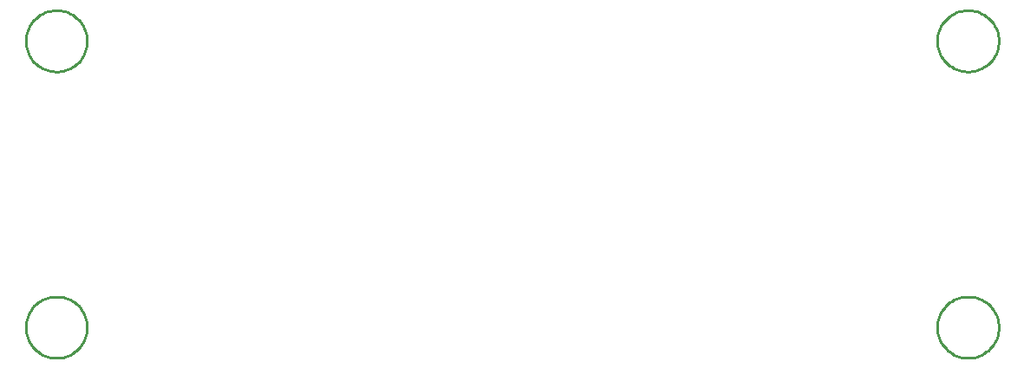
<source format=gko>
G04*
G04 #@! TF.GenerationSoftware,Altium Limited,Altium Designer,19.0.15 (446)*
G04*
G04 Layer_Color=16711935*
%FSLAX25Y25*%
%MOIN*%
G70*
G01*
G75*
%ADD10C,0.01000*%
D10*
X27559Y15748D02*
X27516Y16750D01*
X27389Y17744D01*
X27178Y18724D01*
X26884Y19683D01*
X26511Y20613D01*
X26059Y21508D01*
X25534Y22362D01*
X24937Y23168D01*
X24275Y23921D01*
X23551Y24614D01*
X22771Y25244D01*
X21941Y25806D01*
X21065Y26294D01*
X20152Y26707D01*
X19207Y27041D01*
X18236Y27294D01*
X17248Y27463D01*
X16249Y27548D01*
X15247D01*
X14248Y27463D01*
X13260Y27294D01*
X12290Y27041D01*
X11344Y26707D01*
X10431Y26294D01*
X9555Y25806D01*
X8725Y25244D01*
X7945Y24614D01*
X7221Y23921D01*
X6559Y23168D01*
X5962Y22362D01*
X5437Y21508D01*
X4986Y20613D01*
X4612Y19683D01*
X4318Y18724D01*
X4107Y17744D01*
X3980Y16750D01*
X3937Y15748D01*
X3980Y14746D01*
X4107Y13752D01*
X4318Y12772D01*
X4612Y11813D01*
X4986Y10883D01*
X5437Y9988D01*
X5962Y9134D01*
X6559Y8328D01*
X7221Y7576D01*
X7945Y6882D01*
X8725Y6252D01*
X9556Y5691D01*
X10431Y5202D01*
X11344Y4789D01*
X12290Y4455D01*
X13260Y4202D01*
X14248Y4033D01*
X15247Y3948D01*
X16249D01*
X17248Y4033D01*
X18236Y4202D01*
X19207Y4455D01*
X20152Y4789D01*
X21065Y5202D01*
X21941Y5691D01*
X22771Y6252D01*
X23551Y6882D01*
X24275Y7576D01*
X24938Y8328D01*
X25534Y9134D01*
X26059Y9988D01*
X26511Y10883D01*
X26884Y11813D01*
X27178Y12772D01*
X27389Y13752D01*
X27516Y14746D01*
X27559Y15748D01*
Y125984D02*
X27516Y126986D01*
X27389Y127980D01*
X27178Y128960D01*
X26884Y129919D01*
X26511Y130849D01*
X26059Y131744D01*
X25534Y132598D01*
X24937Y133404D01*
X24275Y134157D01*
X23551Y134851D01*
X22771Y135480D01*
X21941Y136042D01*
X21065Y136531D01*
X20152Y136944D01*
X19207Y137277D01*
X18236Y137530D01*
X17248Y137700D01*
X16249Y137785D01*
X15247D01*
X14248Y137700D01*
X13260Y137530D01*
X12290Y137277D01*
X11344Y136944D01*
X10431Y136531D01*
X9555Y136042D01*
X8725Y135480D01*
X7945Y134851D01*
X7221Y134157D01*
X6559Y133404D01*
X5962Y132598D01*
X5437Y131744D01*
X4986Y130849D01*
X4612Y129919D01*
X4318Y128960D01*
X4107Y127980D01*
X3980Y126986D01*
X3937Y125984D01*
X3980Y124983D01*
X4107Y123988D01*
X4318Y123008D01*
X4612Y122049D01*
X4986Y121119D01*
X5437Y120224D01*
X5962Y119370D01*
X6559Y118564D01*
X7221Y117812D01*
X7945Y117118D01*
X8725Y116488D01*
X9556Y115927D01*
X10431Y115438D01*
X11344Y115025D01*
X12290Y114691D01*
X13260Y114438D01*
X14248Y114269D01*
X15247Y114184D01*
X16249D01*
X17248Y114269D01*
X18236Y114438D01*
X19207Y114691D01*
X20152Y115025D01*
X21065Y115438D01*
X21941Y115927D01*
X22771Y116488D01*
X23551Y117118D01*
X24275Y117812D01*
X24938Y118564D01*
X25534Y119370D01*
X26059Y120224D01*
X26511Y121119D01*
X26884Y122050D01*
X27178Y123008D01*
X27389Y123988D01*
X27516Y124983D01*
X27559Y125984D01*
X377953D02*
X377910Y126986D01*
X377783Y127980D01*
X377572Y128960D01*
X377278Y129919D01*
X376904Y130849D01*
X376453Y131744D01*
X375927Y132598D01*
X375331Y133404D01*
X374669Y134157D01*
X373945Y134851D01*
X373165Y135480D01*
X372334Y136042D01*
X371459Y136531D01*
X370546Y136944D01*
X369600Y137277D01*
X368630Y137530D01*
X367642Y137700D01*
X366643Y137785D01*
X365640D01*
X364641Y137700D01*
X363653Y137530D01*
X362683Y137277D01*
X361738Y136944D01*
X360824Y136531D01*
X359949Y136042D01*
X359119Y135480D01*
X358338Y134851D01*
X357615Y134157D01*
X356952Y133404D01*
X356356Y132598D01*
X355831Y131744D01*
X355379Y130849D01*
X355005Y129919D01*
X354712Y128960D01*
X354501Y127980D01*
X354373Y126986D01*
X354331Y125984D01*
X354373Y124983D01*
X354501Y123988D01*
X354712Y123008D01*
X355005Y122049D01*
X355379Y121119D01*
X355831Y120224D01*
X356356Y119370D01*
X356952Y118564D01*
X357615Y117812D01*
X358338Y117118D01*
X359119Y116488D01*
X359949Y115927D01*
X360824Y115438D01*
X361738Y115025D01*
X362683Y114691D01*
X363653Y114438D01*
X364641Y114269D01*
X365640Y114184D01*
X366643D01*
X367642Y114269D01*
X368630Y114438D01*
X369600Y114691D01*
X370546Y115025D01*
X371459Y115438D01*
X372334Y115927D01*
X373165Y116488D01*
X373945Y117118D01*
X374669Y117812D01*
X375331Y118564D01*
X375927Y119370D01*
X376453Y120224D01*
X376904Y121119D01*
X377278Y122050D01*
X377572Y123008D01*
X377783Y123988D01*
X377910Y124983D01*
X377953Y125984D01*
Y15748D02*
X377910Y16750D01*
X377783Y17744D01*
X377572Y18724D01*
X377278Y19683D01*
X376904Y20613D01*
X376453Y21508D01*
X375927Y22362D01*
X375331Y23168D01*
X374669Y23921D01*
X373945Y24614D01*
X373165Y25244D01*
X372334Y25806D01*
X371459Y26294D01*
X370546Y26707D01*
X369600Y27041D01*
X368630Y27294D01*
X367642Y27463D01*
X366643Y27548D01*
X365640D01*
X364641Y27463D01*
X363653Y27294D01*
X362683Y27041D01*
X361738Y26707D01*
X360824Y26294D01*
X359949Y25806D01*
X359119Y25244D01*
X358338Y24614D01*
X357615Y23921D01*
X356952Y23168D01*
X356356Y22362D01*
X355831Y21508D01*
X355379Y20613D01*
X355005Y19683D01*
X354712Y18724D01*
X354501Y17744D01*
X354373Y16750D01*
X354331Y15748D01*
X354373Y14746D01*
X354501Y13752D01*
X354712Y12772D01*
X355005Y11813D01*
X355379Y10883D01*
X355831Y9988D01*
X356356Y9134D01*
X356952Y8328D01*
X357615Y7576D01*
X358338Y6882D01*
X359119Y6252D01*
X359949Y5691D01*
X360824Y5202D01*
X361738Y4789D01*
X362683Y4455D01*
X363653Y4202D01*
X364641Y4033D01*
X365640Y3948D01*
X366643D01*
X367642Y4033D01*
X368630Y4202D01*
X369600Y4455D01*
X370546Y4789D01*
X371459Y5202D01*
X372334Y5691D01*
X373165Y6252D01*
X373945Y6882D01*
X374669Y7576D01*
X375331Y8328D01*
X375927Y9134D01*
X376453Y9988D01*
X376904Y10883D01*
X377278Y11813D01*
X377572Y12772D01*
X377783Y13752D01*
X377910Y14746D01*
X377953Y15748D01*
M02*

</source>
